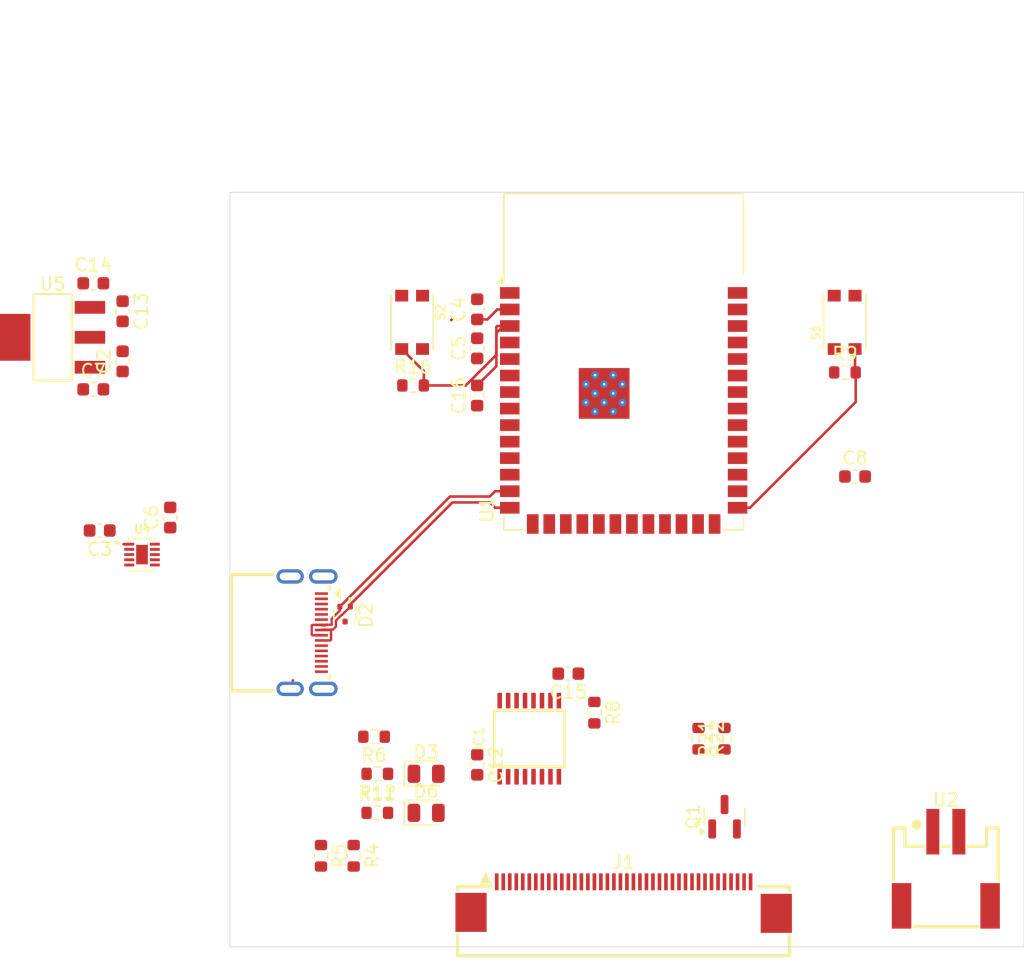
<source format=kicad_pcb>
(kicad_pcb (version 20241229) (generator "pcbnew") (generator_version "9.0")
  (layers (0 "F.Cu" signal) (2 "B.Cu" signal) (13 "F.Paste" user) (15 "B.Paste" user) (5 "F.SilkS" user "F.Silkscreen") (7 "B.SilkS" user "B.Silkscreen") (1 "F.Mask" user) (3 "B.Mask" user) (25 "Edge.Cuts" user))
  (net 0 "")
  (net 1 "GND")
  (net 2 "/+BATT")
  (net 3 "+3V3")
  (net 4 "/IO0")
  (net 5 "Net-(U4-EXP)")
  (net 6 "Net-(D3-A)")
  (net 7 "/EN")
  (net 8 "/USB_P")
  (net 9 "/USB_N")
  (net 10 "Net-(D3-K)")
  (net 11 "Net-(D6-K)")
  (net 12 "/X-")
  (net 13 "/SCK(TCK)")
  (net 14 "/T_DO")
  (net 15 "/T_CS")
  (net 19 "/PENIRQ")
  (net 20 "/X+")
  (net 21 "/SDI(MOSI)")
  (net 22 "/Y+")
  (net 23 "/Y-")
  (net 24 "/CS")
  (net 26 "/cathode")
  (net 31 "/DC")
  (net 35 "/RESET")
  (net 48 "Net-(J3-CC2)")
  (net 49 "Net-(U4-ISET)")
  (net 50 "Net-(J3-CC1)")
  (net 51 "Net-(Q1-G)")
  (net 62 "/BL")
  (net 79 "/VBUS")
  (net 80 "Net-(D6-A)")
  (footprint "MyLibrary:CONN-SMD_ZX-PH2.0-WT2P" (layer "F.Cu") (at 131.75 112.15)
    (property "Reference" "U2" (at 0 -5.3 0) (layer "F.SilkS"))
    (property "Value" "~")
    (fp_line (start -4.017 -3.135) (end -3.128 -3.135) (stroke (width 0.254)) (layer "F.SilkS"))
    (fp_line (start -4.017 0.528) (end -4.017 -3.135) (stroke (width 0.254)) (layer "F.SilkS"))
    (fp_line (start -4.017 0.869) (end -4.017 0.528) (stroke (width 0.254)) (layer "F.SilkS"))
    (fp_line (start -3.128 -3.135) (end -3.128 -1.738) (stroke (width 0.254)) (layer "F.SilkS"))
    (fp_line (start -3.128 -1.738) (end -1.731 -1.738) (stroke (width 0.254)) (layer "F.SilkS"))
    (fp_line (start -0.269 -1.738) (end 0.269 -1.738) (stroke (width 0.254)) (layer "F.SilkS"))
    (fp_line (start 1.731 -1.738) (end 3.128 -1.738) (stroke (width 0.254)) (layer "F.SilkS"))
    (fp_line (start 2.419 4.445) (end -2.419 4.445) (stroke (width 0.254)) (layer "F.SilkS"))
    (fp_line (start 3.128 -3.135) (end 4.017 -3.135) (stroke (width 0.254)) (layer "F.SilkS"))
    (fp_line (start 3.128 -1.738) (end 3.128 -3.135) (stroke (width 0.254)) (layer "F.SilkS"))
    (fp_line (start 4.017 -3.135) (end 4.017 0.528) (stroke (width 0.254)) (layer "F.SilkS"))
    (fp_line (start 4.017 0.528) (end 4.017 0.869) (stroke (width 0.254)) (layer "F.SilkS"))
    (fp_circle (center -2.239 -3.3885) (end -2.039 -3.3885) (stroke (width 0.4)) (fill no) (layer "F.SilkS"))
    (pad "1" smd rect (at -1 -2.85) (size 1 3.5) (layers "F.Cu" "F.Mask" "F.Paste") (net 2 "/+BATT"))
    (pad "2" smd rect (at 1 -2.85) (size 1 3.5) (layers "F.Cu" "F.Mask" "F.Paste") (net 1 "GND"))
    (pad "3" smd rect (at -3.4 2.85) (size 1.5 3.5) (layers "F.Cu" "F.Mask" "F.Paste") (net 1 "GND"))
    (pad "4" smd rect (at 3.4 2.85) (size 1.5 3.5) (layers "F.Cu" "F.Mask" "F.Paste") (net 1 "GND"))
  )
  (footprint "Resistor_SMD:R_0603_1608Metric" (layer "F.Cu") (at 88.075 104.85 180)
    (property "Reference" "R12" (at 0 -1.43 0) (layer "F.SilkS"))
    (property "Value" "1k")
    (fp_line (start -0.237258 0.5225) (end 0.237258 0.5225) (stroke (width 0.12)) (layer "F.SilkS"))
    (fp_line (start -0.237258 -0.5225) (end 0.237258 -0.5225) (stroke (width 0.12)) (layer "F.SilkS"))
    (pad "1" smd roundrect (at -0.825 0 180) (size 0.8 0.95) (layers "F.Cu" "F.Mask" "F.Paste") (net 2 "/+BATT"))
    (pad "2" smd roundrect (at 0.825 0 180) (size 0.8 0.95) (layers "F.Cu" "F.Mask" "F.Paste") (net 6 "Net-(D3-A)"))
  )
  (footprint "Capacitor_SMD:C_0603_1608Metric" (layer "F.Cu") (at 95.745581 75.775 90)
    (property "Reference" "C16" (at 0 -1.43 90) (layer "F.SilkS"))
    (property "Value" "0.1uF")
    (fp_line (start -0.14058 -0.51) (end 0.14058 -0.51) (stroke (width 0.12)) (layer "F.SilkS"))
    (fp_line (start -0.14058 0.51) (end 0.14058 0.51) (stroke (width 0.12)) (layer "F.SilkS"))
    (pad "1" smd roundrect (at -0.775 0 90) (size 0.9 0.95) (layers "F.Cu" "F.Mask" "F.Paste") (net 1 "GND"))
    (pad "2" smd roundrect (at 0.775 0 90) (size 0.9 0.95) (layers "F.Cu" "F.Mask" "F.Paste") (net 7 "/EN"))
  )
  (footprint "MyLibrary:FFC-SMD_FFC05001-40SBB124W5M" (layer "F.Cu") (at 107 114.3625)
    (property "Reference" "J1" (at 0 -2.7 0) (layer "F.SilkS"))
    (property "Value" "Conn_01x42_Pin")
    (fp_line (start -12.75 -0.8375) (end -12.75 -0.5935) (stroke (width 0.254)) (layer "F.SilkS"))
    (fp_line (start -12.75 -0.8375) (end -10.156 -0.8375) (stroke (width 0.254)) (layer "F.SilkS"))
    (fp_line (start -12.75 2.8685) (end -12.75 4.4625) (stroke (width 0.254)) (layer "F.SilkS"))
    (fp_line (start -12.75 4.4625) (end 12.75 4.4625) (stroke (width 0.254)) (layer "F.SilkS"))
    (fp_line (start 10.3305 -0.8375) (end 12.75 -0.8375) (stroke (width 0.254)) (layer "F.SilkS"))
    (fp_line (start 12.75 -0.8375) (end 12.75 -0.5185) (stroke (width 0.254)) (layer "F.SilkS"))
    (fp_line (start 12.75 4.4625) (end 12.75 2.9435) (stroke (width 0.254)) (layer "F.SilkS"))
    (fp_poly (pts (xy -11.0875 -1) (xy -10.0875 -1) (xy -10.5875 -2)) (fill yes) (layer "F.SilkS"))
    (pad "1" smd rect (at -9.75 -1.2125) (size 0.28 1.3) (layers "F.Cu" "F.Mask" "F.Paste") (net 12 "/X-"))
    (pad "2" smd rect (at -9.25 -1.2125) (size 0.28 1.3) (layers "F.Cu" "F.Mask" "F.Paste") (net 22 "/Y+"))
    (pad "3" smd rect (at -8.75 -1.2125) (size 0.28 1.3) (layers "F.Cu" "F.Mask" "F.Paste") (net 20 "/X+"))
    (pad "4" smd rect (at -8.25 -1.2125) (size 0.28 1.3) (layers "F.Cu" "F.Mask" "F.Paste") (net 23 "/Y-"))
    (pad "5" smd rect (at -7.75 -1.2125) (size 0.28 1.3) (layers "F.Cu" "F.Mask" "F.Paste") (net 1 "GND"))
    (pad "6" smd rect (at -7.25 -1.2125) (size 0.28 1.3) (layers "F.Cu" "F.Mask" "F.Paste") (net 3 "+3V3"))
    (pad "7" smd rect (at -6.75 -1.2125) (size 0.28 1.3) (layers "F.Cu" "F.Mask" "F.Paste") (net 3 "+3V3"))
    (pad "8" smd rect (at -6.25 -1.2125) (size 0.28 1.3) (layers "F.Cu" "F.Mask" "F.Paste"))
    (pad "9" smd rect (at -5.75 -1.2125) (size 0.28 1.3) (layers "F.Cu" "F.Mask" "F.Paste") (net 24 "/CS"))
    (pad "10" smd rect (at -5.25 -1.2125) (size 0.28 1.3) (layers "F.Cu" "F.Mask" "F.Paste") (net 31 "/DC"))
    (pad "11" smd rect (at -4.75 -1.2125) (size 0.28 1.3) (layers "F.Cu" "F.Mask" "F.Paste") (net 13 "/SCK(TCK)"))
    (pad "12" smd rect (at -4.25 -1.2125) (size 0.28 1.3) (layers "F.Cu" "F.Mask" "F.Paste") (net 1 "GND"))
    (pad "13" smd rect (at -3.75 -1.2125) (size 0.28 1.3) (layers "F.Cu" "F.Mask" "F.Paste") (net 21 "/SDI(MOSI)"))
    (pad "14" smd rect (at -3.25 -1.2125) (size 0.28 1.3) (layers "F.Cu" "F.Mask" "F.Paste"))
    (pad "15" smd rect (at -2.75 -1.2125) (size 0.28 1.3) (layers "F.Cu" "F.Mask" "F.Paste") (net 35 "/RESET"))
    (pad "16" smd rect (at -2.25 -1.2125) (size 0.28 1.3) (layers "F.Cu" "F.Mask" "F.Paste") (net 1 "GND"))
    (pad "17" smd rect (at -1.75 -1.2125) (size 0.28 1.3) (layers "F.Cu" "F.Mask" "F.Paste"))
    (pad "18" smd rect (at -1.25 -1.2125) (size 0.28 1.3) (layers "F.Cu" "F.Mask" "F.Paste"))
    (pad "19" smd rect (at -0.75 -1.2125) (size 0.28 1.3) (layers "F.Cu" "F.Mask" "F.Paste"))
    (pad "20" smd rect (at -0.25 -1.2125) (size 0.28 1.3) (layers "F.Cu" "F.Mask" "F.Paste"))
    (pad "21" smd rect (at 0.25 -1.2125) (size 0.28 1.3) (layers "F.Cu" "F.Mask" "F.Paste"))
    (pad "22" smd rect (at 0.75 -1.2125) (size 0.28 1.3) (layers "F.Cu" "F.Mask" "F.Paste"))
    (pad "23" smd rect (at 1.25 -1.2125) (size 0.28 1.3) (layers "F.Cu" "F.Mask" "F.Paste"))
    (pad "24" smd rect (at 1.75 -1.2125) (size 0.28 1.3) (layers "F.Cu" "F.Mask" "F.Paste"))
    (pad "25" smd rect (at 2.25 -1.2125) (size 0.28 1.3) (layers "F.Cu" "F.Mask" "F.Paste"))
    (pad "26" smd rect (at 2.75 -1.2125) (size 0.28 1.3) (layers "F.Cu" "F.Mask" "F.Paste"))
    (pad "27" smd rect (at 3.25 -1.2125) (size 0.28 1.3) (layers "F.Cu" "F.Mask" "F.Paste"))
    (pad "28" smd rect (at 3.75 -1.2125) (size 0.28 1.3) (layers "F.Cu" "F.Mask" "F.Paste"))
    (pad "29" smd rect (at 4.25 -1.2125) (size 0.28 1.3) (layers "F.Cu" "F.Mask" "F.Paste"))
    (pad "30" smd rect (at 4.75 -1.2125) (size 0.28 1.3) (layers "F.Cu" "F.Mask" "F.Paste"))
    (pad "31" smd rect (at 5.25 -1.2125) (size 0.28 1.3) (layers "F.Cu" "F.Mask" "F.Paste"))
    (pad "32" smd rect (at 5.75 -1.2125) (size 0.28 1.3) (layers "F.Cu" "F.Mask" "F.Paste"))
    (pad "33" smd rect (at 6.25 -1.2125) (size 0.28 1.3) (layers "F.Cu" "F.Mask" "F.Paste") (net 3 "+3V3"))
    (pad "34" smd rect (at 6.75 -1.2125) (size 0.28 1.3) (layers "F.Cu" "F.Mask" "F.Paste") (net 26 "/cathode"))
    (pad "35" smd rect (at 7.25 -1.2125) (size 0.28 1.3) (layers "F.Cu" "F.Mask" "F.Paste") (net 26 "/cathode"))
    (pad "36" smd rect (at 7.75 -1.2125) (size 0.28 1.3) (layers "F.Cu" "F.Mask" "F.Paste") (net 26 "/cathode"))
    (pad "37" smd rect (at 8.25 -1.2125) (size 0.28 1.3) (layers "F.Cu" "F.Mask" "F.Paste") (net 1 "GND"))
    (pad "38" smd rect (at 8.75 -1.2125) (size 0.28 1.3) (layers "F.Cu" "F.Mask" "F.Paste") (net 3 "+3V3"))
    (pad "39" smd rect (at 9.25 -1.2125) (size 0.28 1.3) (layers "F.Cu" "F.Mask" "F.Paste") (net 3 "+3V3"))
    (pad "40" smd rect (at 9.75 -1.2125) (size 0.28 1.3) (layers "F.Cu" "F.Mask" "F.Paste") (net 3 "+3V3"))
    (pad "41" smd rect (at 11.725 1.2125) (size 2.4 3) (layers "F.Cu" "F.Mask" "F.Paste") (net 1 "GND"))
    (pad "42" smd rect (at -11.725 1.1375) (size 2.4 3) (layers "F.Cu" "F.Mask" "F.Paste") (net 1 "GND"))
  )
  (footprint "Resistor_SMD:R_0603_1608Metric" (layer "F.Cu") (at 114.75 102.15 90)
    (property "Reference" "R21" (at 0 -1.43 90) (layer "F.SilkS"))
    (property "Value" "220R")
    (fp_line (start -0.237258 -0.5225) (end 0.237258 -0.5225) (stroke (width 0.12)) (layer "F.SilkS"))
    (fp_line (start -0.237258 0.5225) (end 0.237258 0.5225) (stroke (width 0.12)) (layer "F.SilkS"))
    (pad "1" smd roundrect (at -0.825 0 90) (size 0.8 0.95) (layers "F.Cu" "F.Mask" "F.Paste") (net 62 "/BL"))
    (pad "2" smd roundrect (at 0.825 0 90) (size 0.8 0.95) (layers "F.Cu" "F.Mask" "F.Paste") (net 51 "Net-(Q1-G)"))
  )
  (footprint "Capacitor_SMD:C_0603_1608Metric" (layer "F.Cu") (at 95.75 72.15 90)
    (property "Reference" "C5" (at 0 -1.43 90) (layer "F.SilkS"))
    (property "Value" "22uF")
    (fp_line (start -0.14058 -0.51) (end 0.14058 -0.51) (stroke (width 0.12)) (layer "F.SilkS"))
    (fp_line (start -0.14058 0.51) (end 0.14058 0.51) (stroke (width 0.12)) (layer "F.SilkS"))
    (pad "1" smd roundrect (at -0.775 0 90) (size 0.9 0.95) (layers "F.Cu" "F.Mask" "F.Paste") (net 3 "+3V3"))
    (pad "2" smd roundrect (at 0.775 0 90) (size 0.9 0.95) (layers "F.Cu" "F.Mask" "F.Paste") (net 1 "GND"))
  )
  (footprint "LED_SMD:LED_0805_2012Metric" (layer "F.Cu") (at 91.825 107.85)
    (property "Reference" "D6" (at 0 -1.65 0) (layer "F.SilkS"))
    (property "Value" "LED")
    (fp_line (start -1.685 -0.96) (end -1.685 0.96) (stroke (width 0.12)) (layer "F.SilkS"))
    (fp_line (start -1.685 0.96) (end 1 0.96) (stroke (width 0.12)) (layer "F.SilkS"))
    (fp_line (start 1 -0.96) (end -1.685 -0.96) (stroke (width 0.12)) (layer "F.SilkS"))
    (pad "1" smd roundrect (at -0.9375 0) (size 0.975 1.4) (layers "F.Cu" "F.Mask" "F.Paste") (net 11 "Net-(D6-K)"))
    (pad "2" smd roundrect (at 0.9375 0) (size 0.975 1.4) (layers "F.Cu" "F.Mask" "F.Paste") (net 80 "Net-(D6-A)"))
  )
  (footprint "Resistor_SMD:R_0603_1608Metric" (layer "F.Cu") (at 86.26 111.15 -90)
    (property "Reference" "R4" (at 0 -1.43 90) (layer "F.SilkS"))
    (property "Value" "5.1k")
    (fp_line (start -0.237258 0.5225) (end 0.237258 0.5225) (stroke (width 0.12)) (layer "F.SilkS"))
    (fp_line (start -0.237258 -0.5225) (end 0.237258 -0.5225) (stroke (width 0.12)) (layer "F.SilkS"))
    (pad "1" smd roundrect (at -0.825 0 270) (size 0.8 0.95) (layers "F.Cu" "F.Mask" "F.Paste") (net 50 "Net-(J3-CC1)"))
    (pad "2" smd roundrect (at 0.825 0 270) (size 0.8 0.95) (layers "F.Cu" "F.Mask" "F.Paste") (net 1 "GND"))
  )
  (footprint "BQ24040DSQR:SON40P200X200X80-11N" (layer "F.Cu") (at 70 88)
    (property "Reference" "U4" (at 0.032 -1.9364 0) (layer "F.SilkS") (effects (font (size 0.64 0.64))))
    (property "Value" "BQ24040DSQR" (hide yes))
    (fp_line (start -1 -1.23) (end 1 -1.23) (stroke (width 0.127)) (layer "F.SilkS"))
    (fp_line (start -1 1.23) (end 1 1.23) (stroke (width 0.127)) (layer "F.SilkS"))
    (fp_circle (center -1.9 -0.9) (end -1.8 -0.9) (stroke (width 0.2)) (fill no) (layer "F.SilkS"))
    (pad "1" smd rect (at -0.985 -0.8) (size 0.76 0.22) (layers "F.Cu" "F.Mask" "F.Paste") (net 79 "/VBUS"))
    (pad "2" smd rect (at -0.985 -0.4) (size 0.76 0.22) (layers "F.Cu" "F.Mask" "F.Paste") (net 49 "Net-(U4-ISET)"))
    (pad "3" smd rect (at -0.985 0) (size 0.76 0.22) (layers "F.Cu" "F.Mask" "F.Paste") (net 1 "GND"))
    (pad "4" smd rect (at -0.985 0.4) (size 0.76 0.22) (layers "F.Cu" "F.Mask" "F.Paste"))
    (pad "5" smd rect (at -0.985 0.8) (size 0.76 0.22) (layers "F.Cu" "F.Mask" "F.Paste") (net 11 "Net-(D6-K)"))
    (pad "6" smd rect (at 0.985 0.8) (size 0.76 0.22) (layers "F.Cu" "F.Mask" "F.Paste"))
    (pad "7" smd rect (at 0.985 0.4) (size 0.76 0.22) (layers "F.Cu" "F.Mask" "F.Paste") (net 1 "GND"))
    (pad "8" smd rect (at 0.985 0) (size 0.76 0.22) (layers "F.Cu" "F.Mask" "F.Paste") (net 10 "Net-(D3-K)"))
    (pad "9" smd rect (at 0.985 -0.4) (size 0.76 0.22) (layers "F.Cu" "F.Mask" "F.Paste"))
    (pad "10" smd rect (at 0.985 -0.8) (size 0.76 0.22) (layers "F.Cu" "F.Mask" "F.Paste") (net 2 "/+BATT"))
    (pad "11" smd rect (at 0 0) (size 0.9 1.5) (layers "F.Cu" "F.Mask") (net 5 "Net-(U4-EXP)"))
  )
  (footprint "Package_TO_SOT_SMD:SOT-723" (layer "F.Cu") (at 85.6 92.575 -90)
    (property "Reference" "D2" (at 0.1 -1.6 90) (layer "F.SilkS"))
    (property "Value" "~" (hide yes))
    (fp_line (start 0.3 0.86) (end -0.3 0.86) (stroke (width 0.12)) (layer "F.SilkS"))
    (fp_line (start 0.5 -0.86) (end -0.7 -0.86) (stroke (width 0.12)) (layer "F.SilkS"))
    (fp_circle (center -1.15 -0.4) (end -1 -0.4) (fill yes) (layer "F.SilkS"))
    (pad "1" smd roundrect (at -0.575 -0.4 270) (size 0.45 0.4) (layers "F.Cu" "F.Mask" "F.Paste") (net 8 "/USB_P"))
    (pad "2" smd roundrect (at -0.575 0.4 270) (size 0.45 0.4) (layers "F.Cu" "F.Mask" "F.Paste") (net 9 "/USB_N"))
    (pad "3" smd roundrect (at 0.575 0 270) (size 0.45 0.4) (layers "F.Cu" "F.Mask" "F.Paste") (net 1 "GND"))
  )
  (footprint "Capacitor_SMD:C_0603_1608Metric" (layer "F.Cu") (at 95.75 69.15 90)
    (property "Reference" "C4" (at 0 -1.43 90) (layer "F.SilkS"))
    (property "Value" "0.1uF")
    (fp_line (start -0.14058 -0.51) (end 0.14058 -0.51) (stroke (width 0.12)) (layer "F.SilkS"))
    (fp_line (start -0.14058 0.51) (end 0.14058 0.51) (stroke (width 0.12)) (layer "F.SilkS"))
    (pad "1" smd roundrect (at -0.775 0 90) (size 0.9 0.95) (layers "F.Cu" "F.Mask" "F.Paste") (net 3 "+3V3"))
    (pad "2" smd roundrect (at 0.775 0 90) (size 0.9 0.95) (layers "F.Cu" "F.Mask" "F.Paste") (net 1 "GND"))
  )
  (footprint "Resistor_SMD:R_0603_1608Metric" (layer "F.Cu") (at 124 74)
    (property "Reference" "R9" (at 0 -1.43 0) (layer "F.SilkS"))
    (property "Value" "10k")
    (fp_line (start -0.237258 -0.5225) (end 0.237258 -0.5225) (stroke (width 0.12)) (layer "F.SilkS"))
    (fp_line (start -0.237258 0.5225) (end 0.237258 0.5225) (stroke (width 0.12)) (layer "F.SilkS"))
    (pad "1" smd roundrect (at -0.825 0) (size 0.8 0.95) (layers "F.Cu" "F.Mask" "F.Paste") (net 3 "+3V3"))
    (pad "2" smd roundrect (at 0.825 0) (size 0.8 0.95) (layers "F.Cu" "F.Mask" "F.Paste") (net 4 "/IO0"))
  )
  (footprint "Capacitor_SMD:C_0603_1608Metric" (layer "F.Cu") (at 102.75 97.15 180)
    (property "Reference" "C15" (at 0 -1.43 0) (layer "F.SilkS"))
    (property "Value" "0.1uF")
    (fp_line (start -0.14058 0.51) (end 0.14058 0.51) (stroke (width 0.12)) (layer "F.SilkS"))
    (fp_line (start -0.14058 -0.51) (end 0.14058 -0.51) (stroke (width 0.12)) (layer "F.SilkS"))
    (pad "1" smd roundrect (at -0.775 0 180) (size 0.9 0.95) (layers "F.Cu" "F.Mask" "F.Paste") (net 1 "GND"))
    (pad "2" smd roundrect (at 0.775 0 180) (size 0.9 0.95) (layers "F.Cu" "F.Mask" "F.Paste") (net 3 "+3V3"))
  )
  (footprint "Resistor_SMD:R_0603_1608Metric" (layer "F.Cu") (at 87.825 102 180)
    (property "Reference" "R6" (at 0 -1.43 0) (layer "F.SilkS"))
    (property "Value" "540")
    (fp_line (start -0.237258 0.5225) (end 0.237258 0.5225) (stroke (width 0.12)) (layer "F.SilkS"))
    (fp_line (start -0.237258 -0.5225) (end 0.237258 -0.5225) (stroke (width 0.12)) (layer "F.SilkS"))
    (pad "1" smd roundrect (at -0.825 0 180) (size 0.8 0.95) (layers "F.Cu" "F.Mask" "F.Paste") (net 1 "GND"))
    (pad "2" smd roundrect (at 0.825 0 180) (size 0.8 0.95) (layers "F.Cu" "F.Mask" "F.Paste") (net 49 "Net-(U4-ISET)"))
  )
  (footprint "Capacitor_SMD:C_0603_1608Metric" (layer "F.Cu") (at 68.51 69.3 -90)
    (property "Reference" "C13" (at 0 -1.43 90) (layer "F.SilkS"))
    (property "Value" "4.7uF")
    (fp_line (start -0.14058 0.51) (end 0.14058 0.51) (stroke (width 0.12)) (layer "F.SilkS"))
    (fp_line (start -0.14058 -0.51) (end 0.14058 -0.51) (stroke (width 0.12)) (layer "F.SilkS"))
    (pad "1" smd roundrect (at -0.775 0 270) (size 0.9 0.95) (layers "F.Cu" "F.Mask" "F.Paste") (net 3 "+3V3"))
    (pad "2" smd roundrect (at 0.775 0 270) (size 0.9 0.95) (layers "F.Cu" "F.Mask" "F.Paste") (net 1 "GND"))
  )
  (footprint "KMR621NGLFS:SW_KMR621NGLFS" (layer "F.Cu") (at 123.975 70.15 90)
    (property "Reference" "S1" (at -0.768 -2.2064 90) (layer "F.SilkS") (effects (font (size 0.64 0.64))))
    (property "Value" "KMR621NGLFS")
    (fp_line (start -2.1 -1.62) (end 2.1 -1.62) (stroke (width 0.127)) (layer "F.SilkS"))
    (fp_line (start 2.1 1.62) (end -2.1 1.62) (stroke (width 0.127)) (layer "F.SilkS"))
    (pad "1_1" smd rect (at -2.05 -0.8 90) (size 0.9 1) (layers "F.Cu" "F.Mask" "F.Paste") (net 1 "GND"))
    (pad "1_2" smd rect (at 2.05 -0.8 90) (size 0.9 1) (layers "F.Cu" "F.Mask" "F.Paste") (net 1 "GND"))
    (pad "2_1" smd rect (at -2.05 0.8 90) (size 0.9 1) (layers "F.Cu" "F.Mask" "F.Paste") (net 4 "/IO0"))
    (pad "2_2" smd rect (at 2.05 0.8 90) (size 0.9 1) (layers "F.Cu" "F.Mask" "F.Paste") (net 4 "/IO0"))
  )
  (footprint "Resistor_SMD:R_0603_1608Metric" (layer "F.Cu") (at 90.825 75)
    (property "Reference" "R16" (at 0 -1.43 0) (layer "F.SilkS"))
    (property "Value" "10k")
    (fp_line (start -0.237258 -0.5225) (end 0.237258 -0.5225) (stroke (width 0.12)) (layer "F.SilkS"))
    (fp_line (start -0.237258 0.5225) (end 0.237258 0.5225) (stroke (width 0.12)) (layer "F.SilkS"))
    (pad "1" smd roundrect (at -0.825 0) (size 0.8 0.95) (layers "F.Cu" "F.Mask" "F.Paste") (net 3 "+3V3"))
    (pad "2" smd roundrect (at 0.825 0) (size 0.8 0.95) (layers "F.Cu" "F.Mask" "F.Paste") (net 7 "/EN"))
  )
  (footprint "Capacitor_SMD:C_0603_1608Metric" (layer "F.Cu") (at 66.26 75.3)
    (property "Reference" "C7" (at 0 -1.43 0) (layer "F.SilkS"))
    (property "Value" "0.1uF")
    (fp_line (start -0.14058 -0.51) (end 0.14058 -0.51) (stroke (width 0.12)) (layer "F.SilkS"))
    (fp_line (start -0.14058 0.51) (end 0.14058 0.51) (stroke (width 0.12)) (layer "F.SilkS"))
    (pad "1" smd roundrect (at -0.775 0) (size 0.9 0.95) (layers "F.Cu" "F.Mask" "F.Paste") (net 2 "/+BATT"))
    (pad "2" smd roundrect (at 0.775 0) (size 0.9 0.95) (layers "F.Cu" "F.Mask" "F.Paste") (net 1 "GND"))
  )
  (footprint "Resistor_SMD:R_0603_1608Metric" (layer "F.Cu") (at 88.075 107.85)
    (property "Reference" "R11" (at 0 -1.43 0) (layer "F.SilkS"))
    (property "Value" "1k")
    (fp_line (start -0.237258 -0.5225) (end 0.237258 -0.5225) (stroke (width 0.12)) (layer "F.SilkS"))
    (fp_line (start -0.237258 0.5225) (end 0.237258 0.5225) (stroke (width 0.12)) (layer "F.SilkS"))
    (pad "1" smd roundrect (at -0.825 0) (size 0.8 0.95) (layers "F.Cu" "F.Mask" "F.Paste") (net 2 "/+BATT"))
    (pad "2" smd roundrect (at 0.825 0) (size 0.8 0.95) (layers "F.Cu" "F.Mask" "F.Paste") (net 80 "Net-(D6-A)"))
  )
  (footprint "Package_TO_SOT_SMD:SOT-23" (layer "F.Cu") (at 114.75 108.15 90)
    (property "Reference" "Q1" (at 0 -2.4 90) (layer "F.SilkS"))
    (property "Value" "2N7002")
    (fp_line (start 0 -1.56) (end 0.65 -1.56) (stroke (width 0.12)) (layer "F.SilkS"))
    (fp_line (start 0 -1.56) (end -0.65 -1.56) (stroke (width 0.12)) (layer "F.SilkS"))
    (fp_line (start 0 1.56) (end 0.65 1.56) (stroke (width 0.12)) (layer "F.SilkS"))
    (fp_line (start 0 1.56) (end -0.65 1.56) (stroke (width 0.12)) (layer "F.SilkS"))
    (fp_poly (pts (xy -1.1625 -1.51) (xy -1.4025 -1.84) (xy -0.9225 -1.84)) (stroke (width 0.12)) (fill yes) (layer "F.SilkS"))
    (pad "1" smd roundrect (at -0.9375 -0.95 90) (size 1.475 0.6) (layers "F.Cu" "F.Mask" "F.Paste") (net 51 "Net-(Q1-G)"))
    (pad "2" smd roundrect (at -0.9375 0.95 90) (size 1.475 0.6) (layers "F.Cu" "F.Mask" "F.Paste") (net 1 "GND"))
    (pad "3" smd roundrect (at 0.9375 0 90) (size 1.475 0.6) (layers "F.Cu" "F.Mask" "F.Paste") (net 26 "/cathode"))
  )
  (footprint "Capacitor_SMD:C_0603_1608Metric" (layer "F.Cu") (at 66.26 67.15)
    (property "Reference" "C14" (at 0 -1.43 0) (layer "F.SilkS"))
    (property "Value" "0.1uF")
    (fp_line (start -0.14058 -0.51) (end 0.14058 -0.51) (stroke (width 0.12)) (layer "F.SilkS"))
    (fp_line (start -0.14058 0.51) (end 0.14058 0.51) (stroke (width 0.12)) (layer "F.SilkS"))
    (pad "1" smd roundrect (at -0.775 0) (size 0.9 0.95) (layers "F.Cu" "F.Mask" "F.Paste") (net 3 "+3V3"))
    (pad "2" smd roundrect (at 0.775 0) (size 0.9 0.95) (layers "F.Cu" "F.Mask" "F.Paste") (net 1 "GND"))
  )
  (footprint "Capacitor_SMD:C_0603_1608Metric" (layer "F.Cu") (at 124.775 82)
    (property "Reference" "C8" (at 0 -1.43 0) (layer "F.SilkS"))
    (property "Value" "0.1uF")
    (fp_line (start -0.14058 -0.51) (end 0.14058 -0.51) (stroke (width 0.12)) (layer "F.SilkS"))
    (fp_line (start -0.14058 0.51) (end 0.14058 0.51) (stroke (width 0.12)) (layer "F.SilkS"))
    (pad "1" smd roundrect (at -0.775 0) (size 0.9 0.95) (layers "F.Cu" "F.Mask" "F.Paste") (net 1 "GND"))
    (pad "2" smd roundrect (at 0.775 0) (size 0.9 0.95) (layers "F.Cu" "F.Mask" "F.Paste") (net 4 "/IO0"))
  )
  (footprint "Capacitor_SMD:C_0603_1608Metric" (layer "F.Cu") (at 95.75 104.15 -90)
    (property "Reference" "C12" (at 0 -1.43 90) (layer "F.SilkS"))
    (property "Value" "0.1uF")
    (fp_line (start -0.14058 0.51) (end 0.14058 0.51) (stroke (width 0.12)) (layer "F.SilkS"))
    (fp_line (start -0.14058 -0.51) (end 0.14058 -0.51) (stroke (width 0.12)) (layer "F.SilkS"))
    (pad "1" smd roundrect (at -0.775 0 270) (size 0.9 0.95) (layers "F.Cu" "F.Mask" "F.Paste") (net 1 "GND"))
    (pad "2" smd roundrect (at 0.775 0 270) (size 0.9 0.95) (layers "F.Cu" "F.Mask" "F.Paste") (net 3 "+3V3"))
  )
  (footprint "KMR621NGLFS:SW_KMR621NGLFS" (layer "F.Cu") (at 90.75 70.15 -90)
    (property "Reference" "S2" (at -0.768 -2.2064 90) (layer "F.SilkS") (effects (font (size 0.64 0.64))))
    (property "Value" "KMR621NGLFS")
    (fp_line (start 2.1 1.62) (end -2.1 1.62) (stroke (width 0.127)) (layer "F.SilkS"))
    (fp_line (start -2.1 -1.62) (end 2.1 -1.62) (stroke (width 0.127)) (layer "F.SilkS"))
    (pad "1_1" smd rect (at -2.05 -0.8 270) (size 0.9 1) (layers "F.Cu" "F.Mask" "F.Paste") (net 1 "GND"))
    (pad "1_2" smd rect (at 2.05 -0.8 270) (size 0.9 1) (layers "F.Cu" "F.Mask" "F.Paste") (net 1 "GND"))
    (pad "2_1" smd rect (at -2.05 0.8 270) (size 0.9 1) (layers "F.Cu" "F.Mask" "F.Paste") (net 7 "/EN"))
    (pad "2_2" smd rect (at 2.05 0.8 270) (size 0.9 1) (layers "F.Cu" "F.Mask" "F.Paste") (net 7 "/EN"))
  )
  (footprint "XPT2046:TSSOP16" (layer "F.Cu") (at 99.75 102.15 90)
    (property "Reference" "IC1" (at -0.01 -3.86 90) (layer "F.SilkS") (effects (font (size 0.748031 0.748031))))
    (property "Value" "XPT2046")
    (fp_line (start 2.15 -2.7) (end -2.15 -2.7) (stroke (width 0.2032)) (layer "F.SilkS"))
    (fp_line (start -2.15 -2.7) (end -2.15 2.7) (stroke (width 0.2032)) (layer "F.SilkS"))
    (fp_line (start 2.15 2.7) (end 2.15 -2.7) (stroke (width 0.2032)) (layer "F.SilkS"))
    (fp_line (start -2.15 2.7) (end 2.15 2.7) (stroke (width 0.2032)) (layer "F.SilkS"))
    (fp_circle (center -2.625 -2.85) (end -2.525 -2.85) (stroke (width 0.2)) (fill no) (layer "F.SilkS"))
    (pad "1" smd rect (at -2.925 -2.275 90) (size 1.2 0.35) (layers "F.Cu" "F.Mask" "F.Paste") (net 3 "+3V3"))
    (pad "2" smd rect (at -2.925 -1.625 90) (size 1.2 0.35) (layers "F.Cu" "F.Mask" "F.Paste") (net 20 "/X+"))
    (pad "3" smd rect (at -2.925 -0.975 90) (size 1.2 0.35) (layers "F.Cu" "F.Mask" "F.Paste") (net 22 "/Y+"))
    (pad "4" smd rect (at -2.925 -0.325 90) (size 1.2 0.35) (layers "F.Cu" "F.Mask" "F.Paste") (net 12 "/X-"))
    (pad "5" smd rect (at -2.925 0.325 90) (size 1.2 0.35) (layers "F.Cu" "F.Mask" "F.Paste") (net 23 "/Y-"))
    (pad "6" smd rect (at -2.925 0.975 90) (size 1.2 0.35) (layers "F.Cu" "F.Mask" "F.Paste") (net 1 "GND"))
    (pad "7" smd rect (at -2.925 1.625 90) (size 1.2 0.35) (layers "F.Cu" "F.Mask" "F.Paste"))
    (pad "8" smd rect (at -2.925 2.275 90) (size 1.2 0.35) (layers "F.Cu" "F.Mask" "F.Paste"))
    (pad "9" smd rect (at 2.925 2.275 90) (size 1.2 0.35) (layers "F.Cu" "F.Mask" "F.Paste") (net 3 "+3V3"))
    (pad "10" smd rect (at 2.925 1.625 90) (size 1.2 0.35) (layers "F.Cu" "F.Mask" "F.Paste") (net 3 "+3V3"))
    (pad "11" smd rect (at 2.925 0.975 90) (size 1.2 0.35) (layers "F.Cu" "F.Mask" "F.Paste") (net 19 "/PENIRQ"))
    (pad "12" smd rect (at 2.925 0.325 90) (size 1.2 0.35) (layers "F.Cu" "F.Mask" "F.Paste") (net 14 "/T_DO"))
    (pad "13" smd rect (at 2.925 -0.325 90) (size 1.2 0.35) (layers "F.Cu" "F.Mask" "F.Paste"))
    (pad "14" smd rect (at 2.925 -0.975 90) (size 1.2 0.35) (layers "F.Cu" "F.Mask" "F.Paste") (net 21 "/SDI(MOSI)"))
    (pad "15" smd rect (at 2.925 -1.625 90) (size 1.2 0.35) (layers "F.Cu" "F.Mask" "F.Paste") (net 15 "/T_CS"))
    (pad "16" smd rect (at 2.925 -2.275 90) (size 1.2 0.35) (layers "F.Cu" "F.Mask" "F.Paste") (net 13 "/SCK(TCK)"))
  )
  (footprint "Resistor_SMD:R_0603_1608Metric" (layer "F.Cu") (at 112.75 102.15 -90)
    (property "Reference" "R22" (at 0 -1.43 90) (layer "F.SilkS"))
    (property "Value" "10k")
    (fp_line (start -0.237258 0.5225) (end 0.237258 0.5225) (stroke (width 0.12)) (layer "F.SilkS"))
    (fp_line (start -0.237258 -0.5225) (end 0.237258 -0.5225) (stroke (width 0.12)) (layer "F.SilkS"))
    (pad "1" smd roundrect (at -0.825 0 270) (size 0.8 0.95) (layers "F.Cu" "F.Mask" "F.Paste") (net 51 "Net-(Q1-G)"))
    (pad "2" smd roundrect (at 0.825 0 270) (size 0.8 0.95) (layers "F.Cu" "F.Mask" "F.Paste") (net 1 "GND"))
  )
  (footprint "MyLibrary:SOT-223-3_L6.7-W3.7-P2.30-LS7.0-BR" (layer "F.Cu") (at 63.13 71.3)
    (property "Reference" "U5" (at 0 -4.10225 0) (layer "F.SilkS"))
    (property "Value" "~")
    (fp_line (start -1.4715 -3.326) (end 1.4715 -3.326) (stroke (width 0.1525)) (layer "F.SilkS"))
    (fp_line (start -1.4715 3.326) (end -1.4715 -3.326) (stroke (width 0.1525)) (layer "F.SilkS"))
    (fp_line (start 1.4715 -3.326) (end 1.4715 3.326) (stroke (width 0.1525)) (layer "F.SilkS"))
    (fp_line (start 1.4715 3.326) (end -1.4715 3.326) (stroke (width 0.1525)) (layer "F.SilkS"))
    (pad "1" smd rect (at 2.87 2.3) (size 2.34 0.98) (layers "F.Cu" "F.Mask" "F.Paste") (net 2 "/+BATT"))
    (pad "2" smd rect (at 2.87 0) (size 2.34 0.98) (layers "F.Cu" "F.Mask" "F.Paste") (net 1 "GND"))
    (pad "3" smd rect (at 2.87 -2.3) (size 2.34 0.98) (layers "F.Cu" "F.Mask" "F.Paste") (net 3 "+3V3"))
    (pad "4" smd rect (at -2.87 0) (size 2.34 3.6) (layers "F.Cu" "F.Mask" "F.Paste") (net 1 "GND"))
  )
  (footprint "MyLibrary:USB-C-SMD_TYPE-C-31-M-08A" (layer "F.Cu") (at 82.6535 94 -90)
    (property "Reference" "J3" (hide yes))
    (property "Value" "USB_C_Receptacle_USB2.0_16P")
    (fp_line (start -4.47 5.78) (end 4.47 5.78) (stroke (width 0.254)) (layer "F.SilkS"))
    (fp_line (start 4.47 5.78) (end 4.47 2.5415) (stroke (width 0.254)) (layer "F.SilkS"))
    (fp_line (start -4.47 2.5415) (end -4.47 5.78) (stroke (width 0.254)) (layer "F.SilkS"))
    (fp_line (start -3.308 -1.725) (end -3.539 -1.725) (stroke (width 0.254)) (layer "F.SilkS"))
    (fp_line (start 3.539 -1.725) (end 3.308 -1.725) (stroke (width 0.254)) (layer "F.SilkS"))
    (fp_poly (pts (xy -3.5 -2.6) (xy -2.5 -2.6) (xy -3 -2.1)) (fill yes) (layer "F.SilkS"))
    (pad "17" thru_hole oval (at 4.32 -1.275 270) (size 1.1 2.2) (drill oval 0.6 1.7) (layers "*.Cu" "*.Mask") (net 1 "GND"))
    (pad "18" thru_hole oval (at 4.32 1.275 270) (size 1.1 2.1) (drill oval 0.6 1.6) (layers "*.Cu" "*.Mask") (net 1 "GND"))
    (pad "19" thru_hole oval (at -4.32 1.275 270) (size 1.1 2.1) (drill oval 0.6 1.6) (layers "*.Cu" "*.Mask") (net 1 "GND"))
    (pad "20" thru_hole oval (at -4.32 -1.275 270) (size 1.1 2.2) (drill oval 0.6 1.7) (layers "*.Cu" "*.Mask") (net 1 "GND"))
    (pad "A1" smd rect (at -3 -1.125 270) (size 0.2 1) (layers "F.Cu" "F.Mask" "F.Paste") (net 1 "GND"))
    (pad "A4" smd rect (at -2.2 -1.125 270) (size 0.2 1) (layers "F.Cu" "F.Mask" "F.Paste") (net 79 "/VBUS"))
    (pad "A5" smd rect (at -1 -1.125 270) (size 0.2 1) (layers "F.Cu" "F.Mask" "F.Paste") (net 50 "Net-(J3-CC1)"))
    (pad "A6" smd rect (at -0.2 -1.125 270) (size 0.2 1) (layers "F.Cu" "F.Mask" "F.Paste") (net 8 "/USB_P"))
    (pad "A7" smd rect (at 0.2 -1.125 270) (size 0.2 1) (layers "F.Cu" "F.Mask" "F.Paste") (net 9 "/USB_N"))
    (pad "A8" smd rect (at 1 -1.125 270) (size 0.2 1) (layers "F.Cu" "F.Mask" "F.Paste"))
    (pad "A9" smd rect (at 2.2 -1.125 270) (size 0.2 1) (layers "F.Cu" "F.Mask" "F.Paste") (net 79 "/VBUS"))
    (pad "A12" smd rect (at 3 -1.125 270) (size 0.2 1) (layers "F.Cu" "F.Mask" "F.Paste") (net 1 "GND"))
    (pad "B1" smd rect (at 2.6 -1.125 270) (size 0.2 1) (layers "F.Cu" "F.Mask" "F.Paste") (net 1 "GND"))
    (pad "B4" smd rect (at 1.8 -1.125 270) (size 0.2 1) (layers "F.Cu" "F.Mask" "F.Paste") (net 79 "/VBUS"))
    (pad "B5" smd rect (at 1.4 -1.125 270) (size 0.2 1) (layers "F.Cu" "F.Mask" "F.Paste") (net 48 "Net-(J3-CC2)"))
    (pad "B6" smd rect (at 0.6 -1.125 270) (size 0.2 1) (layers "F.Cu" "F.Mask" "F.Paste") (net 8 "/USB_P"))
    (pad "B7" smd rect (at -0.6 -1.125 270) (size 0.2 1) (layers "F.Cu" "F.Mask" "F.Paste") (net 9 "/USB_N"))
    (pad "B8" smd rect (at -1.4 -1.125 270) (size 0.2 1) (layers "F.Cu" "F.Mask" "F.Paste"))
    (pad "B9" smd rect (at -1.8 -1.125 270) (size 0.2 1) (layers "F.Cu" "F.Mask" "F.Paste") (net 79 "/VBUS"))
    (pad "B12" smd rect (at -2.6 -1.125 270) (size 0.2 1) (layers "F.Cu" "F.Mask" "F.Paste") (net 1 "GND"))
  )
  (footprint "RF_Module:ESP32-S3-WROOM-1" (layer "F.Cu") (at 107 73.15)
    (property "Reference" "U1" (at -10.5 11.4 90) (layer "F.SilkS"))
    (property "Value" "ESP32-S3-WROOM-1")
    (fp_line (start -9.2 -12.9) (end -9.2 -6.7) (stroke (width 0.12)) (layer "F.SilkS"))
    (fp_line (start -9.2 -12.9) (end 9.2 -12.9) (stroke (width 0.12)) (layer "F.SilkS"))
    (fp_line (start -9.2 11.95) (end -9.2 12.95) (stroke (width 0.12)) (layer "F.SilkS"))
    (fp_line (start -9.2 12.95) (end -7.7 12.95) (stroke (width 0.12)) (layer "F.SilkS"))
    (fp_line (start 9.2 -12.9) (end 9.2 -6.7) (stroke (width 0.12)) (layer "F.SilkS"))
    (fp_line (start 9.2 12.95) (end 7.7 12.95) (stroke (width 0.12)) (layer "F.SilkS"))
    (fp_line (start 9.2 12.95) (end 9.2 11.95) (stroke (width 0.12)) (layer "F.SilkS"))
    (fp_poly (pts (xy -9.2 -6.025) (xy -9.7 -6.025) (xy -9.2 -6.525) (xy -9.2 -6.025)) (stroke (width 0.12)) (fill yes) (layer "F.SilkS"))
    (pad "1" smd rect (at -8.75 -5.26) (size 1.5 0.9) (layers "F.Cu" "F.Mask" "F.Paste") (net 1 "GND"))
    (pad "2" smd rect (at -8.75 -3.99) (size 1.5 0.9) (layers "F.Cu" "F.Mask" "F.Paste") (net 3 "+3V3"))
    (pad "3" smd rect (at -8.75 -2.72) (size 1.5 0.9) (layers "F.Cu" "F.Mask" "F.Paste") (net 7 "/EN"))
    (pad "4" smd rect (at -8.75 -1.45) (size 1.5 0.9) (layers "F.Cu" "F.Mask" "F.Paste"))
    (pad "5" smd rect (at -8.75 -0.18) (size 1.5 0.9) (layers "F.Cu" "F.Mask" "F.Paste"))
    (pad "6" smd rect (at -8.75 1.09) (size 1.5 0.9) (layers "F.Cu" "F.Mask" "F.Paste"))
    (pad "7" smd rect (at -8.75 2.36) (size 1.5 0.9) (layers "F.Cu" "F.Mask" "F.Paste") (net 15 "/T_CS"))
    (pad "8" smd rect (at -8.75 3.63) (size 1.5 0.9) (layers "F.Cu" "F.Mask" "F.Paste"))
    (pad "9" smd rect (at -8.75 4.9) (size 1.5 0.9) (layers "F.Cu" "F.Mask" "F.Paste") (net 19 "/PENIRQ"))
    (pad "10" smd rect (at -8.75 6.17) (size 1.5 0.9) (layers "F.Cu" "F.Mask" "F.Paste"))
    (pad "11" smd rect (at -8.75 7.44) (size 1.5 0.9) (layers "F.Cu" "F.Mask" "F.Paste"))
    (pad "12" smd rect (at -8.75 8.71) (size 1.5 0.9) (layers "F.Cu" "F.Mask" "F.Paste") (net 35 "/RESET"))
    (pad "13" smd rect (at -8.75 9.98) (size 1.5 0.9) (layers "F.Cu" "F.Mask" "F.Paste") (net 9 "/USB_N"))
    (pad "14" smd rect (at -8.75 11.25 180) (size 1.5 0.9) (layers "F.Cu" "F.Mask" "F.Paste") (net 8 "/USB_P"))
    (pad "15" smd rect (at -6.985 12.5 270) (size 1.5 0.9) (layers "F.Cu" "F.Mask" "F.Paste"))
    (pad "16" smd rect (at -5.715 12.5 270) (size 1.5 0.9) (layers "F.Cu" "F.Mask" "F.Paste"))
    (pad "17" smd rect (at -4.445 12.5 270) (size 1.5 0.9) (layers "F.Cu" "F.Mask" "F.Paste") (net 31 "/DC"))
    (pad "18" smd rect (at -3.175 12.5 270) (size 1.5 0.9) (layers "F.Cu" "F.Mask" "F.Paste") (net 24 "/CS"))
    (pad "19" smd rect (at -1.905 12.5 270) (size 1.5 0.9) (layers "F.Cu" "F.Mask" "F.Paste") (net 21 "/SDI(MOSI)"))
    (pad "20" smd rect (at -0.635 12.5 270) (size 1.5 0.9) (layers "F.Cu" "F.Mask" "F.Paste") (net 13 "/SCK(TCK)"))
    (pad "21" smd rect (at 0.635 12.5 270) (size 1.5 0.9) (layers "F.Cu" "F.Mask" "F.Paste") (net 14 "/T_DO"))
    (pad "22" smd rect (at 1.905 12.5 270) (size 1.5 0.9) (layers "F.Cu" "F.Mask" "F.Paste"))
    (pad "23" smd rect (at 3.175 12.5 270) (size 1.5 0.9) (layers "F.Cu" "F.Mask" "F.Paste") (net 62 "/BL"))
    (pad "24" smd rect (at 4.445 12.5 270) (size 1.5 0.9) (layers "F.Cu" "F.Mask" "F.Paste"))
    (pad "25" smd rect (at 5.715 12.5 270) (size 1.5 0.9) (layers "F.Cu" "F.Mask" "F.Paste"))
    (pad "26" smd rect (at 6.985 12.5 270) (size 1.5 0.9) (layers "F.Cu" "F.Mask" "F.Paste"))
    (pad "27" smd rect (at 8.75 11.25) (size 1.5 0.9) (layers "F.Cu" "F.Mask" "F.Paste") (net 4 "/IO0"))
    (pad "28" smd rect (at 8.75 9.98) (size 1.5 0.9) (layers "F.Cu" "F.Mask" "F.Paste"))
    (pad "29" smd rect (at 8.75 8.71) (size 1.5 0.9) (layers "F.Cu" "F.Mask" "F.Paste"))
    (pad "30" smd rect (at 8.75 7.44) (size 1.5 0.9) (layers "F.Cu" "F.Mask" "F.Paste"))
    (pad "31" smd rect (at 8.75 6.17) (size 1.5 0.9) (layers "F.Cu" "F.Mask" "F.Paste"))
    (pad "32" smd rect (at 8.75 4.9) (size 1.5 0.9) (layers "F.Cu" "F.Mask" "F.Paste"))
    (pad "33" smd rect (at 8.75 3.63) (size 1.5 0.9) (layers "F.Cu" "F.Mask" "F.Paste"))
    (pad "34" smd rect (at 8.75 2.36) (size 1.5 0.9) (layers "F.Cu" "F.Mask" "F.Paste"))
    (pad "35" smd rect (at 8.75 1.09) (size 1.5 0.9) (layers "F.Cu" "F.Mask" "F.Paste"))
    (pad "36" smd rect (at 8.75 -0.18) (size 1.5 0.9) (layers "F.Cu" "F.Mask" "F.Paste"))
    (pad "37" smd rect (at 8.75 -1.45) (size 1.5 0.9) (layers "F.Cu" "F.Mask" "F.Paste"))
    (pad "38" smd rect (at 8.75 -2.72) (size 1.5 0.9) (layers "F.Cu" "F.Mask" "F.Paste"))
    (pad "39" smd rect (at 8.75 -3.99) (size 1.5 0.9) (layers "F.Cu" "F.Mask" "F.Paste"))
    (pad "40" smd rect (at 8.75 -5.26) (size 1.5 0.9) (layers "F.Cu" "F.Mask" "F.Paste") (net 1 "GND"))
    (pad "41" thru_hole circle (at -2.9 1.76 90) (size 0.6 0.6) (drill 0.2) (property pad_prop_heatsink) (layers "*.Cu" "F.Mask") (net 1 "GND"))
    (pad "41" thru_hole circle (at -2.9 3.16) (size 0.6 0.6) (drill 0.2) (property pad_prop_heatsink) (layers "*.Cu" "F.Mask") (net 1 "GND"))
    (pad "41" thru_hole circle (at -2.2 1.06) (size 0.6 0.6) (drill 0.2) (property pad_prop_heatsink) (layers "*.Cu" "F.Mask") (net 1 "GND"))
    (pad "41" thru_hole circle (at -2.2 2.46) (size 0.6 0.6) (drill 0.2) (property pad_prop_heatsink) (layers "*.Cu" "F.Mask") (net 1 "GND"))
    (pad "41" thru_hole circle (at -2.2 3.86) (size 0.6 0.6) (drill 0.2) (property pad_prop_heatsink) (layers "*.Cu" "F.Mask") (net 1 "GND"))
    (pad "41" thru_hole circle (at -1.5 1.76) (size 0.6 0.6) (drill 0.2) (property pad_prop_heatsink) (layers "*.Cu" "F.Mask") (net 1 "GND"))
    (pad "41" smd rect (at -1.5 2.46 270) (size 3.9 3.9) (property pad_prop_heatsink) (layers "F.Cu" "F.Mask") (net 1 "GND"))
    (pad "41" thru_hole circle (at -1.5 3.16) (size 0.6 0.6) (drill 0.2) (property pad_prop_heatsink) (layers "*.Cu" "F.Mask") (net 1 "GND"))
    (pad "41" thru_hole circle (at -0.8 1.06) (size 0.6 0.6) (drill 0.2) (property pad_prop_heatsink) (layers "*.Cu" "F.Mask") (net 1 "GND"))
    (pad "41" thru_hole circle (at -0.8 2.46) (size 0.6 0.6) (drill 0.2) (property pad_prop_heatsink) (layers "*.Cu" "F.Mask") (net 1 "GND"))
    (pad "41" thru_hole circle (at -0.8 3.86) (size 0.6 0.6) (drill 0.2) (property pad_prop_heatsink) (layers "*.Cu" "F.Mask") (net 1 "GND"))
    (pad "41" thru_hole circle (at -0.1 1.76) (size 0.6 0.6) (drill 0.2) (property pad_prop_heatsink) (layers "*.Cu" "F.Mask") (net 1 "GND"))
    (pad "41" thru_hole circle (at -0.1 3.16) (size 0.6 0.6) (drill 0.2) (property pad_prop_heatsink) (layers "*.Cu" "F.Mask") (net 1 "GND"))
  )
  (footprint "LED_SMD:LED_0805_2012Metric" (layer "F.Cu") (at 91.825 104.85)
    (property "Reference" "D3" (at 0 -1.65 0) (layer "F.SilkS"))
    (property "Value" "LED")
    (fp_line (start -1.685 -0.96) (end -1.685 0.96) (stroke (width 0.12)) (layer "F.SilkS"))
    (fp_line (start -1.685 0.96) (end 1 0.96) (stroke (width 0.12)) (layer "F.SilkS"))
    (fp_line (start 1 -0.96) (end -1.685 -0.96) (stroke (width 0.12)) (layer "F.SilkS"))
    (pad "1" smd roundrect (at -0.9375 0) (size 0.975 1.4) (layers "F.Cu" "F.Mask" "F.Paste") (net 10 "Net-(D3-K)"))
    (pad "2" smd roundrect (at 0.9375 0) (size 0.975 1.4) (layers "F.Cu" "F.Mask" "F.Paste") (net 6 "Net-(D3-A)"))
  )
  (footprint "Capacitor_SMD:C_0603_1608Metric" (layer "F.Cu") (at 72.166046 85.149999 90)
    (property "Reference" "C6" (at 0 -1.43 90) (layer "F.SilkS"))
    (property "Value" "1uF")
    (fp_line (start -0.14058 -0.51) (end 0.14058 -0.51) (stroke (width 0.12)) (layer "F.SilkS"))
    (fp_line (start -0.14058 0.51) (end 0.14058 0.51) (stroke (width 0.12)) (layer "F.SilkS"))
    (pad "1" smd roundrect (at -0.775 0 90) (size 0.9 0.95) (layers "F.Cu" "F.Mask" "F.Paste") (net 2 "/+BATT"))
    (pad "2" smd roundrect (at 0.775 0 90) (size 0.9 0.95) (layers "F.Cu" "F.Mask" "F.Paste") (net 5 "Net-(U4-EXP)"))
  )
  (footprint "Capacitor_SMD:C_0603_1608Metric" (layer "F.Cu") (at 68.51 73.15 90)
    (property "Reference" "C2" (at 0 -1.43 90) (layer "F.SilkS"))
    (property "Value" "4.7uF")
    (fp_line (start -0.14058 -0.51) (end 0.14058 -0.51) (stroke (width 0.12)) (layer "F.SilkS"))
    (fp_line (start -0.14058 0.51) (end 0.14058 0.51) (stroke (width 0.12)) (layer "F.SilkS"))
    (pad "1" smd roundrect (at -0.775 0 90) (size 0.9 0.95) (layers "F.Cu" "F.Mask" "F.Paste") (net 2 "/+BATT"))
    (pad "2" smd roundrect (at 0.775 0 90) (size 0.9 0.95) (layers "F.Cu" "F.Mask" "F.Paste") (net 1 "GND"))
  )
  (footprint "Resistor_SMD:R_0603_1608Metric" (layer "F.Cu") (at 104.75 100.15 -90)
    (property "Reference" "R8" (at 0 -1.43 90) (layer "F.SilkS"))
    (property "Value" "10k")
    (fp_line (start -0.237258 0.5225) (end 0.237258 0.5225) (stroke (width 0.12)) (layer "F.SilkS"))
    (fp_line (start -0.237258 -0.5225) (end 0.237258 -0.5225) (stroke (width 0.12)) (layer "F.SilkS"))
    (pad "1" smd roundrect (at -0.825 0 270) (size 0.8 0.95) (layers "F.Cu" "F.Mask" "F.Paste") (net 3 "+3V3"))
    (pad "2" smd roundrect (at 0.825 0 270) (size 0.8 0.95) (layers "F.Cu" "F.Mask" "F.Paste") (net 19 "/PENIRQ"))
  )
  (footprint "Capacitor_SMD:C_0603_1608Metric" (layer "F.Cu") (at 66.75 86.15 180)
    (property "Reference" "C3" (at 0 -1.43 0) (layer "F.SilkS"))
    (property "Value" "1uF")
    (fp_line (start -0.14058 0.51) (end 0.14058 0.51) (stroke (width 0.12)) (layer "F.SilkS"))
    (fp_line (start -0.14058 -0.51) (end 0.14058 -0.51) (stroke (width 0.12)) (layer "F.SilkS"))
    (pad "1" smd roundrect (at -0.775 0 180) (size 0.9 0.95) (layers "F.Cu" "F.Mask" "F.Paste") (net 79 "/VBUS"))
    (pad "2" smd roundrect (at 0.775 0 180) (size 0.9 0.95) (layers "F.Cu" "F.Mask" "F.Paste") (net 1 "GND"))
  )
  (footprint "Resistor_SMD:R_0603_1608Metric" (layer "F.Cu") (at 83.75 111.15 -90)
    (property "Reference" "R5" (at 0 -1.43 90) (layer "F.SilkS"))
    (property "Value" "5.1k")
    (fp_line (start -0.237258 0.5225) (end 0.237258 0.5225) (stroke (width 0.12)) (layer "F.SilkS"))
    (fp_line (start -0.237258 -0.5225) (end 0.237258 -0.5225) (stroke (width 0.12)) (layer "F.SilkS"))
    (pad "1" smd roundrect (at -0.825 0 270) (size 0.8 0.95) (layers "F.Cu" "F.Mask" "F.Paste") (net 48 "Net-(J3-CC2)"))
    (pad "2" smd roundrect (at 0.825 0 270) (size 0.8 0.95) (layers "F.Cu" "F.Mask" "F.Paste") (net 1 "GND"))
  )
  (gr_rect (start 76.75 60.15) (end 137.75 118.15) (stroke (width 0.05)) (fill no) (layer "Edge.Cuts"))
  (segment (start 81.6 97.67) (end 81.577 97.693) (width 0.2) (layer "F.Cu") (net 1))
  (segment (start 96.535 69.925) (end 95.75 69.925) (width 0.2) (layer "F.Cu") (net 3))
  (segment (start 97.3 69.16) (end 96.535 69.925) (width 0.2) (layer "F.Cu") (net 3))
  (segment (start 98.25 69.16) (end 97.3 69.16) (width 0.2) (layer "F.Cu") (net 3))
  (segment (start 124.825 76.275) (end 116.7 84.4) (width 0.2) (layer "F.Cu") (net 4))
  (segment (start 124.775 73.95) (end 124.825 74) (width 0.2) (layer "F.Cu") (net 4))
  (segment (start 124.825 74) (end 124.825 76.275) (width 0.2) (layer "F.Cu") (net 4))
  (segment (start 116.7 84.4) (end 115.75 84.4) (width 0.2) (layer "F.Cu") (net 4))
  (segment (start 124.775 72.2) (end 124.775 73.95) (width 0.2) (layer "F.Cu") (net 4))
  (segment (start 97.3 70.43) (end 97.223 70.507) (width 0.2) (layer "F.Cu") (net 7))
  (segment (start 97.223 70.507) (end 97.223 73.522581) (width 0.2) (layer "F.Cu") (net 7))
  (segment (start 94.86617 75) (end 91.65 75) (width 0.2) (layer "F.Cu") (net 7))
  (segment (start 91.65 75) (end 91.65 73.9) (width 0.2) (layer "F.Cu") (net 7))
  (segment (start 98.25 70.43) (end 97.3 70.43) (width 0.2) (layer "F.Cu") (net 7))
  (segment (start 91.65 73.9) (end 89.95 72.2) (width 0.2) (layer "F.Cu") (net 7))
  (segment (start 93.8 69.925) (end 93.75 69.975) (width 0.2) (layer "F.Cu") (net 7))
  (segment (start 97.223 73.522581) (end 95.745581 75) (width 0.2) (layer "F.Cu") (net 7))
  (segment (start 97.223 72.64317) (end 94.86617 75) (width 0.2) (layer "F.Cu") (net 7))
  (segment (start 98.25 70.43) (end 97.766 70.43) (width 0.2) (layer "F.Cu") (net 7))
  (segment (start 97.223 70.973) (end 97.223 72.64317) (width 0.2) (layer "F.Cu") (net 7))
  (segment (start 97.766 70.43) (end 97.223 70.973) (width 0.2) (layer "F.Cu") (net 7))
  (segment (start 84.90048 93.068792) (end 84.90048 93.528096) (width 0.18) (layer "F.Cu") (net 8))
  (segment (start 85.53098 92.470405) (end 85.367385 92.634) (width 0.18) (layer "F.Cu") (net 8))
  (segment (start 85.53098 92.46902) (end 85.53098 92.470405) (width 0.18) (layer "F.Cu") (net 8))
  (segment (start 84.5195 93.859) (end 84.4605 93.8) (width 0.18) (layer "F.Cu") (net 8))
  (segment (start 98.25 84.4) (end 97.124999 84.4) (width 0.2) (layer "F.Cu") (net 8))
  (segment (start 96.714999 83.99) (end 93.846397 83.99) (width 0.2) (layer "F.Cu") (net 8))
  (segment (start 84.90048 93.528096) (end 84.662597 93.765979) (width 0.18) (layer "F.Cu") (net 8))
  (segment (start 86 91.836397) (end 86 92) (width 0.2) (layer "F.Cu") (net 8))
  (segment (start 83.7785 94.6) (end 84.4605 94.6) (width 0.18) (layer "F.Cu") (net 8))
  (segment (start 93.846397 83.99) (end 86 91.836397) (width 0.2) (layer "F.Cu") (net 8))
  (segment (start 85.367385 92.634) (end 85.335272 92.634) (width 0.18) (layer "F.Cu") (net 8))
  (segment (start 85.335272 92.634) (end 84.90048 93.068792) (width 0.18) (layer "F.Cu") (net 8))
  (segment (start 84.4605 94.6) (end 84.5195 94.541) (width 0.18) (layer "F.Cu") (net 8))
  (segment (start 84.5195 94.541) (end 84.5195 93.859) (width 0.18) (layer "F.Cu") (net 8))
  (segment (start 98.25 84.4) (end 97.95 84.4) (width 0.2) (layer "F.Cu") (net 8))
  (segment (start 84.662597 93.765979) (end 83.812521 93.765979) (width 0.18) (layer "F.Cu") (net 8))
  (segment (start 83.812521 93.765979) (end 83.7785 93.8) (width 0.18) (layer "F.Cu") (net 8))
  (segment (start 98.25 84.4) (end 97.616397 84.4) (width 0.2) (layer "F.Cu") (net 8))
  (segment (start 97.124999 84.4) (end 96.714999 83.99) (width 0.2) (layer "F.Cu") (net 8))
  (segment (start 86 92) (end 85.53098 92.46902) (width 0.18) (layer "F.Cu") (net 8))
  (segment (start 84.4605 93.8) (end 83.7785 93.8) (width 0.18) (layer "F.Cu") (net 8))
  (segment (start 84.09831 93.434999) (end 83.813499 93.434999) (width 0.18) (layer "F.Cu") (net 9))
  (segment (start 83.813499 93.434999) (end 83.7785 93.4) (width 0.18) (layer "F.Cu") (net 9))
  (segment (start 85.2 92) (end 85.2 92.30302) (width 0.18) (layer "F.Cu") (net 9))
  (segment (start 97.124999 83.13) (end 96.714999 83.54) (width 0.2) (layer "F.Cu") (net 9))
  (segment (start 98.25 83.13) (end 97.616397 83.13) (width 0.2) (layer "F.Cu") (net 9))
  (segment (start 98.25 83.13) (end 97.124999 83.13) (width 0.2) (layer "F.Cu") (net 9))
  (segment (start 84.5695 92.931696) (end 84.5695 93.391) (width 0.18) (layer "F.Cu") (net 9))
  (segment (start 85.198176 92.30302) (end 84.5695 92.931696) (width 0.18) (layer "F.Cu") (net 9))
  (segment (start 85.2 92.30302) (end 85.198176 92.30302) (width 0.18) (layer "F.Cu") (net 9))
  (segment (start 83.0375 93.459) (end 83.0375 94.141) (width 0.18) (layer "F.Cu") (net 9))
  (segment (start 83.0965 94.2) (end 83.7785 94.2) (width 0.18) (layer "F.Cu") (net 9))
  (segment (start 83.0375 94.141) (end 83.0965 94.2) (width 0.18) (layer "F.Cu") (net 9))
  (segment (start 98.25 83.13) (end 97.95 83.13) (width 0.2) (layer "F.Cu") (net 9))
  (segment (start 93.66 83.54) (end 85.2 92) (width 0.2) (layer "F.Cu") (net 9))
  (segment (start 84.142309 93.391) (end 84.09831 93.434999) (width 0.18) (layer "F.Cu") (net 9))
  (segment (start 83.0965 93.4) (end 83.0375 93.459) (width 0.18) (layer "F.Cu") (net 9))
  (segment (start 96.714999 83.54) (end 93.66 83.54) (width 0.2) (layer "F.Cu") (net 9))
  (segment (start 84.5695 93.391) (end 84.142309 93.391) (width 0.18) (layer "F.Cu") (net 9))
  (segment (start 83.7785 93.4) (end 83.0965 93.4) (width 0.18) (layer "F.Cu") (net 9))
  (segment (start 69.015 87.2) (end 68.575 87.2) (width 0.2) (layer "F.Cu") (net 79))
)
</source>
